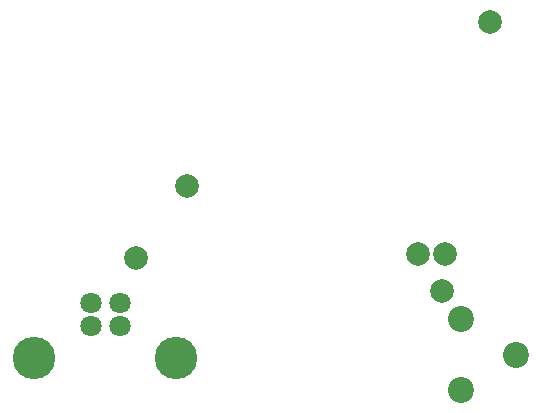
<source format=gbr>
G04 EAGLE Gerber RS-274X export*
G75*
%MOMM*%
%FSLAX34Y34*%
%LPD*%
%INSoldermask Bottom*%
%IPPOS*%
%AMOC8*
5,1,8,0,0,1.08239X$1,22.5*%
G01*
%ADD10C,3.600000*%
%ADD11C,1.800000*%
%ADD12C,2.200000*%
%ADD13C,2.000000*%


D10*
X47800Y111000D03*
X168200Y111000D03*
D11*
X95500Y138100D03*
X120500Y138100D03*
X95500Y158100D03*
X120500Y158100D03*
D12*
X456000Y114000D03*
X409000Y144000D03*
X409000Y84000D03*
D13*
X393000Y168000D03*
X396000Y199000D03*
X373000Y199000D03*
X434000Y396000D03*
X134000Y196000D03*
X177000Y257000D03*
M02*

</source>
